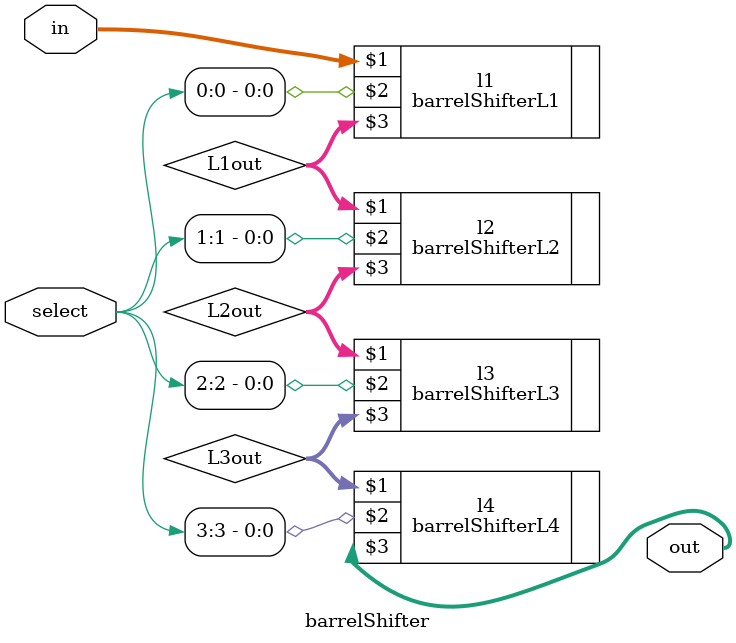
<source format=v>
module barrelShifter(input [15:0] in, input [3:0] select , output[15:0] out);

wire[15:0] L1out,L2out,L3out,L4out;

barrelShifterL1 l1(in,select[0],L1out);
barrelShifterL2 l2(L1out,select[1],L2out);
barrelShifterL3 l3(L2out,select[2],L3out);
barrelShifterL4 l4(L3out,select[3],out);




endmodule

</source>
